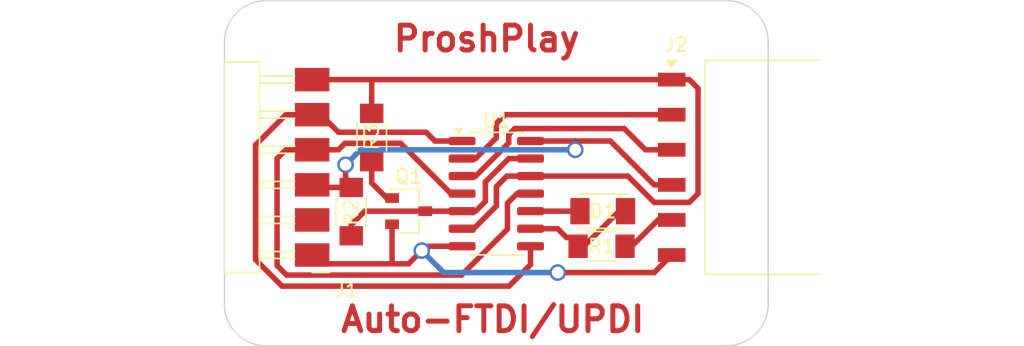
<source format=kicad_pcb>
(kicad_pcb (version 20241229) (generator "pcbnew") (generator_version "9.0")
  (layers (0 "F.Cu" signal) (2 "B.Cu" signal) (13 "F.Paste" user) (15 "B.Paste" user) (5 "F.SilkS" user "F.Silkscreen") (7 "B.SilkS" user "B.Silkscreen") (1 "F.Mask" user) (3 "B.Mask" user) (25 "Edge.Cuts" user))
  (net 0 "")
  (net 1 "Net-(D1-A)")
  (net 2 "Net-(D1-K)")
  (net 3 "VCC")
  (net 4 "GND")
  (net 5 "DTR")
  (net 6 "RX")
  (net 7 "TX")
  (net 9 "RX-T")
  (net 10 "UPDI")
  (net 11 "TX-T")
  (net 12 "MODE-FTDI")
  (net 13 "Net-(Q1-G)")
  (footprint "Package_SO:SOIC-14_3.9x8.7mm_P1.27mm" (layer "F.Cu") (at 100.33 60.96)
    (property "Reference" "U1" (at 0 -5.28 0) (layer "F.SilkS"))
    (property "Value" "HEF4066BT")
    (fp_line (start 0 -4.435) (end -1.95 -4.435) (stroke (width 0.12)) (layer "F.SilkS"))
    (fp_line (start 0 -4.435) (end 1.95 -4.435) (stroke (width 0.12)) (layer "F.SilkS"))
    (fp_line (start 0 4.435) (end -1.95 4.435) (stroke (width 0.12)) (layer "F.SilkS"))
    (fp_line (start 0 4.435) (end 1.95 4.435) (stroke (width 0.12)) (layer "F.SilkS"))
    (fp_poly (pts (xy -2.7 -4.37) (xy -2.94 -4.7) (xy -2.46 -4.7) (xy -2.7 -4.37)) (stroke (width 0.12)) (fill yes) (layer "F.SilkS"))
    (pad "1" smd roundrect (at -2.475 -3.81) (size 1.95 0.6) (layers "F.Cu" "F.Mask" "F.Paste") (net 6 "RX"))
    (pad "2" smd roundrect (at -2.475 -2.54) (size 1.95 0.6) (layers "F.Cu" "F.Mask" "F.Paste") (net 9 "RX-T"))
    (pad "3" smd roundrect (at -2.475 -1.27) (size 1.95 0.6) (layers "F.Cu" "F.Mask" "F.Paste") (net 11 "TX-T"))
    (pad "4" smd roundrect (at -2.475 0) (size 1.95 0.6) (layers "F.Cu" "F.Mask" "F.Paste") (net 7 "TX"))
    (pad "5" smd roundrect (at -2.475 1.27) (size 1.95 0.6) (layers "F.Cu" "F.Mask" "F.Paste") (net 12 "MODE-FTDI"))
    (pad "6" smd roundrect (at -2.475 2.54) (size 1.95 0.6) (layers "F.Cu" "F.Mask" "F.Paste") (net 5 "DTR"))
    (pad "7" smd roundrect (at -2.475 3.81) (size 1.95 0.6) (layers "F.Cu" "F.Mask" "F.Paste") (net 4 "GND"))
    (pad "8" smd roundrect (at 2.475 3.81) (size 1.95 0.6) (layers "F.Cu" "F.Mask" "F.Paste") (net 6 "RX"))
    (pad "9" smd roundrect (at 2.475 2.54) (size 1.95 0.6) (layers "F.Cu" "F.Mask" "F.Paste") (net 1 "Net-(D1-A)"))
    (pad "10" smd roundrect (at 2.475 1.27) (size 1.95 0.6) (layers "F.Cu" "F.Mask" "F.Paste") (net 2 "Net-(D1-K)"))
    (pad "11" smd roundrect (at 2.475 0) (size 1.95 0.6) (layers "F.Cu" "F.Mask" "F.Paste") (net 7 "TX"))
    (pad "12" smd roundrect (at 2.475 -1.27) (size 1.95 0.6) (layers "F.Cu" "F.Mask" "F.Paste") (net 5 "DTR"))
    (pad "13" smd roundrect (at 2.475 -2.54) (size 1.95 0.6) (layers "F.Cu" "F.Mask" "F.Paste") (net 12 "MODE-FTDI"))
    (pad "14" smd roundrect (at 2.475 -3.81) (size 1.95 0.6) (layers "F.Cu" "F.Mask" "F.Paste") (net 3 "VCC"))
  )
  (footprint "fab:Diode_Schottky_MiniSMA" (layer "F.Cu") (at 108.035882 62.230984)
    (property "Reference" "D1" (at 0 0 0) (layer "F.SilkS"))
    (property "Value" "Diode_Schottky_MiniSMA")
    (fp_line (start -1.75 -1.25) (end 1.75 -1.25) (stroke (width 0.12)) (layer "F.SilkS"))
    (fp_line (start -1.75 1.25) (end 1.75 1.25) (stroke (width 0.12)) (layer "F.SilkS"))
    (pad "1" smd rect (at -1.65 0) (size 1.4 1.9) (layers "F.Cu" "F.Mask" "F.Paste") (net 2 "Net-(D1-K)"))
    (pad "2" smd rect (at 1.65 0) (size 1.4 1.9) (layers "F.Cu" "F.Mask" "F.Paste") (net 1 "Net-(D1-A)"))
  )
  (footprint "fab:PinHeader_1x06_P2.54mm_Horizontal_SMD" (layer "F.Cu") (at 86.995 65.405 180)
    (property "Reference" "J1" (at -1.524 -2.54 0) (layer "F.SilkS") (effects (justify left)))
    (property "Value" "Conn_PinHeader_FTDI_1x06_P2.54mm_Horizontal_SMD")
    (fp_line (start 6.35 13.97) (end 3.81 13.97) (stroke (width 0.12)) (layer "F.SilkS"))
    (fp_line (start 6.35 -1.27) (end 6.35 13.97) (stroke (width 0.12)) (layer "F.SilkS"))
    (fp_line (start 3.81 13.97) (end 3.81 -1.27) (stroke (width 0.12)) (layer "F.SilkS"))
    (fp_line (start 3.81 12.954) (end 1.27 12.954) (stroke (width 0.12)) (layer "F.SilkS"))
    (fp_line (start 3.81 12.446) (end 1.27 12.446) (stroke (width 0.12)) (layer "F.SilkS"))
    (fp_line (start 3.81 10.414) (end 1.27 10.414) (stroke (width 0.12)) (layer "F.SilkS"))
    (fp_line (start 3.81 9.906) (end 1.27 9.906) (stroke (width 0.12)) (layer "F.SilkS"))
    (fp_line (start 3.81 7.874) (end 1.27 7.874) (stroke (width 0.12)) (layer "F.SilkS"))
    (fp_line (start 3.81 7.366) (end 1.27 7.366) (stroke (width 0.12)) (layer "F.SilkS"))
    (fp_line (start 3.81 5.334) (end 1.27 5.334) (stroke (width 0.12)) (layer "F.SilkS"))
    (fp_line (start 3.81 4.826) (end 1.27 4.826) (stroke (width 0.12)) (layer "F.SilkS"))
    (fp_line (start 3.81 2.794) (end 1.27 2.794) (stroke (width 0.12)) (layer "F.SilkS"))
    (fp_line (start 3.81 2.286) (end 1.27 2.286) (stroke (width 0.12)) (layer "F.SilkS"))
    (fp_line (start 3.81 0.254) (end 1.27 0.254) (stroke (width 0.12)) (layer "F.SilkS"))
    (fp_line (start 3.81 -0.254) (end 1.27 -0.254) (stroke (width 0.12)) (layer "F.SilkS"))
    (fp_line (start 3.81 -1.27) (end 6.35 -1.27) (stroke (width 0.12)) (layer "F.SilkS"))
    (fp_line (start -1.27 -1.27) (end 0 -1.27) (stroke (width 0.12)) (layer "F.SilkS"))
    (pad "1" smd rect (at 0 0 180) (size 2.5 1.7) (layers "F.Cu" "F.Mask" "F.Paste") (net 4 "GND"))
    (pad "2" smd rect (at 0 2.54 180) (size 2.5 1.7) (layers "F.Cu" "F.Mask" "F.Paste"))
    (pad "3" smd rect (at 0 5.08 180) (size 2.5 1.7) (layers "F.Cu" "F.Mask" "F.Paste") (net 3 "VCC"))
    (pad "4" smd rect (at 0 7.62 180) (size 2.5 1.7) (layers "F.Cu" "F.Mask" "F.Paste") (net 7 "TX"))
    (pad "5" smd rect (at 0 10.16 180) (size 2.5 1.7) (layers "F.Cu" "F.Mask" "F.Paste") (net 6 "RX"))
    (pad "6" smd rect (at 0 12.7 180) (size 2.5 1.7) (layers "F.Cu" "F.Mask" "F.Paste") (net 5 "DTR"))
  )
  (footprint "fab:R_1206" (layer "F.Cu") (at 107.95 64.77)
    (property "Reference" "R1" (at 0 0 0) (layer "F.SilkS"))
    (property "Value" "R_1206")
    (fp_line (start -1 -1.07) (end 1 -1.07) (stroke (width 0.12)) (layer "F.SilkS"))
    (fp_line (start 1 1.07) (end -1 1.07) (stroke (width 0.12)) (layer "F.SilkS"))
    (pad "1" smd rect (at -1.7 0) (size 1.4 1.7) (layers "F.Cu" "F.Mask" "F.Paste") (net 1 "Net-(D1-A)"))
    (pad "2" smd rect (at 1.7 0) (size 1.4 1.7) (layers "F.Cu" "F.Mask" "F.Paste") (net 10 "UPDI"))
  )
  (footprint "fab:R_1206" (layer "F.Cu") (at 91.307133 56.846301 90)
    (property "Reference" "R3" (at 0 0 90) (layer "F.SilkS"))
    (property "Value" "R_1206")
    (fp_line (start -1 -1.07) (end 1 -1.07) (stroke (width 0.12)) (layer "F.SilkS"))
    (fp_line (start 1 1.07) (end -1 1.07) (stroke (width 0.12)) (layer "F.SilkS"))
    (pad "1" smd rect (at -1.8 0 90) (size 1.4 1.7) (layers "F.Cu" "F.Mask" "F.Paste") (net 13 "Net-(Q1-G)"))
    (pad "2" smd rect (at 1.7 0 90) (size 1.4 1.7) (layers "F.Cu" "F.Mask" "F.Paste") (net 5 "DTR"))
  )
  (footprint "fab:PinSocket_1x06_P2.54mm_Horizontal_SMD" (layer "F.Cu") (at 113.03 52.705)
    (property "Reference" "J2" (at -0.635 -2.54 180) (layer "F.SilkS") (effects (justify left)))
    (property "Value" "Conn_PinSocket_FTDI_1x06_P2.54mm_Horizontal_SMD")
    (fp_line (start 2.413 -1.397) (end 2.413 14.097) (stroke (width 0.1)) (layer "F.SilkS"))
    (fp_line (start 2.413 14.097) (end 10.668 14.097) (stroke (width 0.1)) (layer "F.SilkS"))
    (fp_line (start 10.668 -1.397) (end 2.413 -1.397) (stroke (width 0.1)) (layer "F.SilkS"))
    (fp_poly (pts (xy 0 -0.889) (xy -0.381 -1.397) (xy 0.381 -1.397)) (stroke (width 0.1)) (fill yes) (layer "F.SilkS"))
    (pad "1" smd rect (at 0 0) (size 2 1) (layers "F.Cu" "F.Mask" "F.Paste") (net 5 "DTR"))
    (pad "2" smd rect (at 0 2.54) (size 2 1) (layers "F.Cu" "F.Mask" "F.Paste") (net 9 "RX-T"))
    (pad "3" smd rect (at 0 5.08) (size 2 1) (layers "F.Cu" "F.Mask" "F.Paste") (net 11 "TX-T"))
    (pad "4" smd rect (at 0 7.62) (size 2 1) (layers "F.Cu" "F.Mask" "F.Paste") (net 3 "VCC"))
    (pad "5" smd rect (at 0 10.16) (size 2 1) (layers "F.Cu" "F.Mask" "F.Paste") (net 10 "UPDI"))
    (pad "6" smd rect (at 0 12.7) (size 2 1) (layers "F.Cu" "F.Mask" "F.Paste") (net 4 "GND"))
  )
  (footprint "fab:SOT-23-3" (layer "F.Cu") (at 93.98 62.23)
    (property "Reference" "Q1" (at 0 -2.5 0) (layer "F.SilkS"))
    (property "Value" "Transistor_MOSFET_NCh_SOT23")
    (fp_line (start 0.76 -1.58) (end -1.4 -1.58) (stroke (width 0.12)) (layer "F.SilkS"))
    (fp_line (start 0.76 -1.58) (end 0.76 -0.65) (stroke (width 0.12)) (layer "F.SilkS"))
    (fp_line (start 0.76 1.58) (end -0.7 1.58) (stroke (width 0.12)) (layer "F.SilkS"))
    (fp_line (start 0.76 1.58) (end 0.76 0.65) (stroke (width 0.12)) (layer "F.SilkS"))
    (pad "1" smd rect (at -1.2 -0.95) (size 1 0.7) (layers "F.Cu" "F.Mask" "F.Paste") (net 13 "Net-(Q1-G)"))
    (pad "2" smd rect (at -1.2 0.95) (size 1 0.7) (layers "F.Cu" "F.Mask" "F.Paste") (net 4 "GND"))
    (pad "3" smd rect (at 1.2 0) (size 1 0.7) (layers "F.Cu" "F.Mask" "F.Paste") (net 12 "MODE-FTDI"))
  )
  (footprint "fab:R_1206" (layer "F.Cu") (at 89.82349 62.311531 90)
    (property "Reference" "R2" (at 0 0 90) (layer "F.SilkS"))
    (property "Value" "R_1206")
    (fp_line (start -1 -1.07) (end 1 -1.07) (stroke (width 0.12)) (layer "F.SilkS"))
    (fp_line (start 1 1.07) (end -1 1.07) (stroke (width 0.12)) (layer "F.SilkS"))
    (pad "1" smd rect (at -1.7 0 90) (size 1.4 1.7) (layers "F.Cu" "F.Mask" "F.Paste") (net 12 "MODE-FTDI"))
    (pad "2" smd rect (at 1.8 0 90) (size 1.4 1.7) (layers "F.Cu" "F.Mask" "F.Paste") (net 3 "VCC"))
  )
  (gr_line (start 80.645 68.973846) (end 80.645 49.99) (stroke (width 0.1)) (layer "Edge.Cuts"))
  (gr_line (start 117.015 71.973846) (end 83.645 71.973846) (stroke (width 0.1)) (layer "Edge.Cuts"))
  (gr_arc (start 80.645 49.99) (mid 81.52368 47.86868) (end 83.645 46.99) (stroke (width 0.1)) (layer "Edge.Cuts"))
  (gr_line (start 120.015 49.99) (end 120.015 68.973846) (stroke (width 0.1)) (layer "Edge.Cuts"))
  (gr_arc (start 117.015 46.99) (mid 119.13632 47.86868) (end 120.015 49.99) (stroke (width 0.1)) (layer "Edge.Cuts"))
  (gr_line (start 83.645 46.99) (end 117.015 46.99) (stroke (width 0.1)) (layer "Edge.Cuts"))
  (gr_arc (start 120.015 68.973846) (mid 119.13632 71.095166) (end 117.015 71.973846) (stroke (width 0.1)) (layer "Edge.Cuts"))
  (gr_arc (start 83.645 71.973846) (mid 81.523678 71.095167) (end 80.645 68.973846) (stroke (width 0.1)) (layer "Edge.Cuts"))
  (gr_text "Auto-FTDI/UPDI" (at 88.9 71.12 0) (layer "F.Cu") (effects (font (size 1.8 1.8) (thickness 0.36) (bold yes)) (justify left bottom)))
  (gr_text "ProshPlay" (at 92.71 50.8 0) (layer "F.Cu") (effects (font (size 1.8 1.8) (thickness 0.36) (bold yes)) (justify left bottom)))
  (segment (start 106.25 64.77) (end 105.615 64.135) (width 0.4) (layer "F.Cu") (net 1))
  (segment (start 105.41 64.135) (end 104.775 63.5) (width 0.4) (layer "F.Cu") (net 1))
  (segment (start 109.219016 62.230984) (end 109.685882 62.230984) (width 0.4) (layer "F.Cu") (net 1))
  (segment (start 106.68 64.77) (end 109.219016 62.230984) (width 0.4) (layer "F.Cu") (net 1))
  (segment (start 104.775 63.5) (end 102.805 63.5) (width 0.4) (layer "F.Cu") (net 1))
  (segment (start 106.25 64.77) (end 106.68 64.77) (width 0.4) (layer "F.Cu") (net 1))
  (segment (start 105.615 64.135) (end 105.41 64.135) (width 0.4) (layer "F.Cu") (net 1))
  (segment (start 104.775984 62.230984) (end 104.775 62.23) (width 0.4) (layer "F.Cu") (net 2))
  (segment (start 104.775 62.23) (end 102.805 62.23) (width 0.4) (layer "F.Cu") (net 2))
  (segment (start 106.385882 62.230984) (end 104.775984 62.230984) (width 0.4) (layer "F.Cu") (net 2))
  (segment (start 102.805 57.15) (end 106.045 57.15) (width 0.4) (layer "F.Cu") (net 3))
  (segment (start 89.82349 60.511531) (end 87.181531 60.511531) (width 0.4) (layer "F.Cu") (net 3))
  (segment (start 111.76 60.325) (end 113.03 60.325) (width 0.4) (layer "F.Cu") (net 3))
  (segment (start 89.415877 58.868454) (end 89.415877 60.103918) (width 0.4) (layer "F.Cu") (net 3))
  (segment (start 106.045 57.15) (end 106.045 57.785) (width 0.4) (layer "F.Cu") (net 3))
  (segment (start 87.181531 60.511531) (end 86.995 60.325) (width 0.4) (layer "F.Cu") (net 3))
  (segment (start 106.045 57.15) (end 108.585 57.15) (width 0.4) (layer "F.Cu") (net 3))
  (segment (start 108.585 57.15) (end 111.76 60.325) (width 0.4) (layer "F.Cu") (net 3))
  (segment (start 89.415877 60.103918) (end 89.82349 60.511531) (width 0.4) (layer "F.Cu") (net 3))
  (via (at 106.045 57.785) (size 1.2) (drill 0.85) (layers "F.Cu" "B.Cu") (net 3))
  (via (at 89.415877 58.868454) (size 1.2) (drill 0.85) (layers "F.Cu" "B.Cu") (net 3))
  (segment (start 106.045 57.785) (end 90.499331 57.785) (width 0.4) (layer "B.Cu") (net 3))
  (segment (start 90.499331 57.785) (end 89.415877 58.868454) (width 0.4) (layer "B.Cu") (net 3))
  (segment (start 92.78 63.18) (end 92.78 66.02221) (width 0.4) (layer "F.Cu") (net 4))
  (segment (start 92.78 66.02221) (end 92.799398 66.041608) (width 0.4) (layer "F.Cu") (net 4))
  (segment (start 94.9325 65.0875) (end 95.25 64.77) (width 0.4) (layer "F.Cu") (net 4))
  (segment (start 113.03 65.405) (end 111.76 66.675) (width 0.4) (layer "F.Cu") (net 4))
  (segment (start 92.799397 66.041607) (end 92.799398 66.041608) (width 0.4) (layer "F.Cu") (net 4))
  (segment (start 92.799398 66.041608) (end 93.978392 66.041608) (width 0.4) (layer "F.Cu") (net 4))
  (segment (start 86.995 65.405) (end 87.631607 66.041607) (width 0.4) (layer "F.Cu") (net 4))
  (segment (start 93.978392 66.041608) (end 94.9325 65.0875) (width 0.4) (layer "F.Cu") (net 4))
  (segment (start 111.76 66.675) (end 104.775 66.675) (width 0.4) (layer "F.Cu") (net 4))
  (segment (start 95.25 64.77) (end 97.855 64.77) (width 0.4) (layer "F.Cu") (net 4))
  (segment (start 87.631607 66.041607) (end 92.799397 66.041607) (width 0.4) (layer "F.Cu") (net 4))
  (via (at 104.775 66.675) (size 1.2) (drill 0.85) (layers "F.Cu" "B.Cu") (net 4))
  (via (at 94.9325 65.0875) (size 1.2) (drill 0.85) (layers "F.Cu" "B.Cu") (net 4))
  (segment (start 96.52 66.675) (end 94.9325 65.0875) (width 0.4) (layer "B.Cu") (net 4))
  (segment (start 104.775 66.675) (end 96.52 66.675) (width 0.4) (layer "B.Cu") (net 4))
  (segment (start 114.3 52.705) (end 114.935 53.34) (width 0.4) (layer "F.Cu") (net 5))
  (segment (start 100.496 60.289571) (end 101.095571 59.69) (width 0.4) (layer "F.Cu") (net 5))
  (segment (start 98.692785 63.5) (end 99.161785 63.031) (width 0.4) (layer "F.Cu") (net 5))
  (segment (start 100.336356 61.192857) (end 100.336356 60.449215) (width 0.4) (layer "F.Cu") (net 5))
  (segment (start 100.336356 61.856428) (end 100.336356 61.192857) (width 0.4) (layer "F.Cu") (net 5))
  (segment (start 100.336356 60.449215) (end 100.496 60.289571) (width 0.4) (layer "F.Cu") (net 5))
  (segment (start 114.3 61.595) (end 111.76 61.595) (width 0.4) (layer "F.Cu") (net 5))
  (segment (start 86.995 52.705) (end 91.44 52.705) (width 0.4) (layer "F.Cu") (net 5))
  (segment (start 101.095571 59.69) (end 102.805 59.69) (width 0.4) (layer "F.Cu") (net 5))
  (segment (start 111.76 61.595) (end 109.855 59.69) (width 0.4) (layer "F.Cu") (net 5))
  (segment (start 91.307133 52.837867) (end 91.44 52.705) (width 0.4) (layer "F.Cu") (net 5))
  (segment (start 97.855 63.5) (end 98.692785 63.5) (width 0.4) (layer "F.Cu") (net 5))
  (segment (start 99.161785 63.031) (end 99.808853 62.383932) (width 0.4) (layer "F.Cu") (net 5))
  (segment (start 91.307133 55.146301) (end 91.307133 52.837867) (width 0.4) (layer "F.Cu") (net 5))
  (segment (start 113.03 52.705) (end 114.3 52.705) (width 0.4) (layer "F.Cu") (net 5))
  (segment (start 109.855 59.69) (end 102.805 59.69) (width 0.4) (layer "F.Cu") (net 5))
  (segment (start 99.808853 62.383932) (end 100.336356 61.856429) (width 0.4) (layer "F.Cu") (net 5))
  (segment (start 114.935 53.34) (end 114.935 60.96) (width 0.4) (layer "F.Cu") (net 5))
  (segment (start 91.44 52.705) (end 113.03 52.705) (width 0.4) (layer "F.Cu") (net 5))
  (segment (start 100.336356 61.856429) (end 100.336356 61.856428) (width 0.4) (layer "F.Cu") (net 5))
  (segment (start 114.935 60.96) (end 114.3 61.595) (width 0.4) (layer "F.Cu") (net 5))
  (segment (start 82.899638 65.744424) (end 84.812214 67.657) (width 0.4) (layer "F.Cu") (net 6))
  (segment (start 87.63 55.245) (end 88.9 56.515) (width 0.4) (layer "F.Cu") (net 6))
  (segment (start 88.9 56.515) (end 95.25 56.515) (width 0.4) (layer "F.Cu") (net 6))
  (segment (start 85.09 55.245) (end 82.899638 57.435362) (width 0.4) (layer "F.Cu") (net 6))
  (segment (start 84.812214 67.657) (end 101.253 67.657) (width 0.4) (layer "F.Cu") (net 6))
  (segment (start 101.253 67.657) (end 102.805 66.105) (width 0.4) (layer "F.Cu") (net 6))
  (segment (start 95.885 57.15) (end 97.855 57.15) (width 0.4) (layer "F.Cu") (net 6))
  (segment (start 82.899638 57.435362) (end 82.899638 65.744424) (width 0.4) (layer "F.Cu") (net 6))
  (segment (start 86.995 55.245) (end 87.63 55.245) (width 0.4) (layer "F.Cu") (net 6))
  (segment (start 95.25 56.515) (end 95.885 57.15) (width 0.4) (layer "F.Cu") (net 6))
  (segment (start 86.995 55.245) (end 85.09 55.245) (width 0.4) (layer "F.Cu") (net 6))
  (segment (start 102.805 66.105) (end 102.805 64.77) (width 0.4) (layer "F.Cu") (net 6))
  (segment (start 85.144 66.856) (end 84.455 66.167) (width 0.4) (layer "F.Cu") (net 7))
  (segment (start 101.137356 61.652645) (end 101.137356 63.528876) (width 0.4) (layer "F.Cu") (net 7))
  (segment (start 88.9 57.785) (end 89.369 57.316) (width 0.4) (layer "F.Cu") (net 7))
  (segment (start 102.805 60.96) (end 101.830001 60.96) (width 0.4) (layer "F.Cu") (net 7))
  (segment (start 97.046346 60.96) (end 97.855 60.96) (width 0.4) (layer "F.Cu") (net 7))
  (segment (start 93.402346 57.316) (end 97.046346 60.96) (width 0.4) (layer "F.Cu") (net 7))
  (segment (start 86.995 57.785) (end 88.9 57.785) (width 0.4) (layer "F.Cu") (net 7))
  (segment (start 84.455 58.42) (end 85.09 57.785) (width 0.4) (layer "F.Cu") (net 7))
  (segment (start 97.810232 66.856) (end 85.144 66.856) (width 0.4) (layer "F.Cu") (net 7))
  (segment (start 85.09 57.785) (end 86.995 57.785) (width 0.4) (layer "F.Cu") (net 7))
  (segment (start 84.455 66.167) (end 84.455 58.42) (width 0.4) (layer "F.Cu") (net 7))
  (segment (start 101.830001 60.96) (end 101.137356 61.652645) (width 0.4) (layer "F.Cu") (net 7))
  (segment (start 101.137356 63.528876) (end 97.810232 66.856) (width 0.4) (layer "F.Cu") (net 7))
  (segment (start 89.369 57.316) (end 93.402346 57.316) (width 0.4) (layer "F.Cu") (net 7))
  (segment (start 97.855 58.42) (end 98.829999 58.42) (width 0.4) (layer "F.Cu") (net 9))
  (segment (start 100.33 56.919999) (end 100.33 55.88) (width 0.4) (layer "F.Cu") (net 9))
  (segment (start 100.965 55.245) (end 113.03 55.245) (width 0.4) (layer "F.Cu") (net 9))
  (segment (start 98.829999 58.42) (end 100.33 56.919999) (width 0.4) (layer "F.Cu") (net 9))
  (segment (start 100.33 55.88) (end 100.965 55.245) (width 0.4) (layer "F.Cu") (net 9))
  (segment (start 110.130776 64.77) (end 109.65 64.77) (width 0.4) (layer "F.Cu") (net 10))
  (segment (start 113.03 62.865) (end 112.035776 62.865) (width 0.4) (layer "F.Cu") (net 10))
  (segment (start 112.035776 62.865) (end 110.130776 64.77) (width 0.4) (layer "F.Cu") (net 10))
  (segment (start 102.270999 56.249) (end 103.945232 56.249) (width 0.4) (layer "F.Cu") (net 11))
  (segment (start 101.664768 56.249) (end 102.270999 56.249) (width 0.4) (layer "F.Cu") (net 11))
  (segment (start 101.229 56.684768) (end 101.664768 56.249) (width 0.4) (layer "F.Cu") (net 11))
  (segment (start 98.829999 59.69) (end 101.229 57.290999) (width 0.4) (layer "F.Cu") (net 11))
  (segment (start 109.589 56.249) (end 111.125 57.785) (width 0.4) (layer "F.Cu") (net 11))
  (segment (start 103.945232 56.249) (end 109.589 56.249) (width 0.4) (layer "F.Cu") (net 11))
  (segment (start 111.125 57.785) (end 113.03 57.785) (width 0.4) (layer "F.Cu") (net 11))
  (segment (start 97.855 59.69) (end 98.829999 59.69) (width 0.4) (layer "F.Cu") (net 11))
  (segment (start 101.229 57.290999) (end 101.229 56.684768) (width 0.4) (layer "F.Cu") (net 11))
  (segment (start 89.82349 63.21151) (end 89.82349 64.011531) (width 0.4) (layer "F.Cu") (net 12))
  (segment (start 99.535356 60.117429) (end 101.232785 58.42) (width 0.4) (layer "F.Cu") (net 12))
  (segment (start 97.855 62.23) (end 98.829999 62.23) (width 0.4) (layer "F.Cu") (net 12))
  (segment (start 101.232785 58.42) (end 102.805 58.42) (width 0.4) (layer "F.Cu") (net 12))
  (segment (start 95.18 62.23) (end 97.855 62.23) (width 0.4) (layer "F.Cu") (net 12))
  (segment (start 98.829999 62.23) (end 99.535356 61.524643) (width 0.4) (layer "F.Cu") (net 12))
  (segment (start 90.805 62.23) (end 89.82349 63.21151) (width 0.4) (layer "F.Cu") (net 12))
  (segment (start 95.18 62.23) (end 90.805 62.23) (width 0.4) (layer "F.Cu") (net 12))
  (segment (start 99.535356 61.524643) (end 99.535356 60.117429) (width 0.4) (layer "F.Cu") (net 12))
  (segment (start 91.307133 60.192133) (end 91.307133 58.646301) (width 0.4) (layer "F.Cu") (net 13))
  (segment (start 92.395 61.28) (end 91.307133 60.192133) (width 0.4) (layer "F.Cu") (net 13))
  (segment (start 92.78 61.28) (end 92.395 61.28) (width 0.4) (layer "F.Cu") (net 13))
)
</source>
